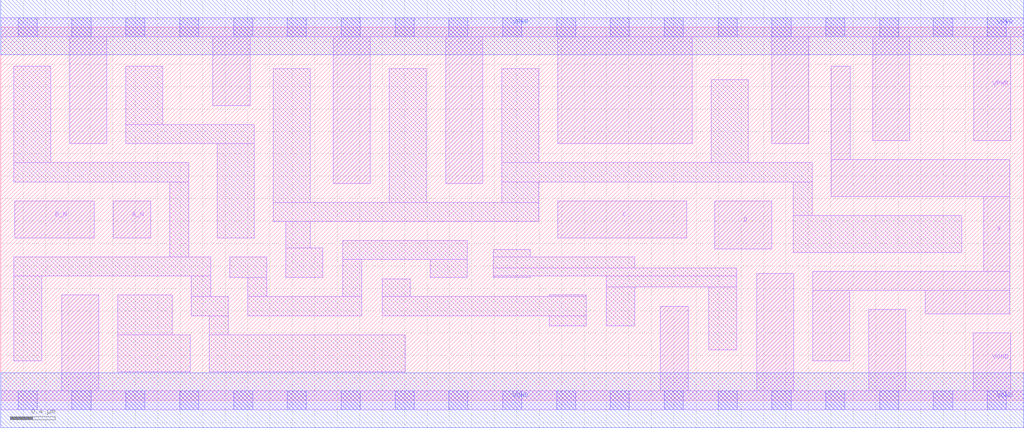
<source format=lef>
# Copyright 2020 The SkyWater PDK Authors
#
# Licensed under the Apache License, Version 2.0 (the "License");
# you may not use this file except in compliance with the License.
# You may obtain a copy of the License at
#
#     https://www.apache.org/licenses/LICENSE-2.0
#
# Unless required by applicable law or agreed to in writing, software
# distributed under the License is distributed on an "AS IS" BASIS,
# WITHOUT WARRANTIES OR CONDITIONS OF ANY KIND, either express or implied.
# See the License for the specific language governing permissions and
# limitations under the License.
#
# SPDX-License-Identifier: Apache-2.0

VERSION 5.7 ;
  NAMESCASESENSITIVE ON ;
  NOWIREEXTENSIONATPIN ON ;
  DIVIDERCHAR "/" ;
  BUSBITCHARS "[]" ;
UNITS
  DATABASE MICRONS 200 ;
END UNITS
MACRO sky130_fd_sc_hs__and4bb_4
  CLASS CORE ;
  SOURCE USER ;
  FOREIGN sky130_fd_sc_hs__and4bb_4 ;
  ORIGIN  0.000000  0.000000 ;
  SIZE  9.120000 BY  3.330000 ;
  SYMMETRY X Y ;
  SITE unit ;
  PIN A_N
    ANTENNAGATEAREA  0.246000 ;
    DIRECTION INPUT ;
    USE SIGNAL ;
    PORT
      LAYER li1 ;
        RECT 1.005000 1.450000 1.335000 1.780000 ;
    END
  END A_N
  PIN B_N
    ANTENNAGATEAREA  0.246000 ;
    DIRECTION INPUT ;
    USE SIGNAL ;
    PORT
      LAYER li1 ;
        RECT 0.125000 1.450000 0.835000 1.780000 ;
    END
  END B_N
  PIN C
    ANTENNAGATEAREA  0.492000 ;
    DIRECTION INPUT ;
    USE SIGNAL ;
    PORT
      LAYER li1 ;
        RECT 4.965000 1.450000 6.115000 1.780000 ;
    END
  END C
  PIN D
    ANTENNAGATEAREA  0.492000 ;
    DIRECTION INPUT ;
    USE SIGNAL ;
    PORT
      LAYER li1 ;
        RECT 6.365000 1.350000 6.875000 1.780000 ;
    END
  END D
  PIN X
    ANTENNADIFFAREA  1.116000 ;
    DIRECTION OUTPUT ;
    USE SIGNAL ;
    PORT
      LAYER li1 ;
        RECT 7.240000 0.350000 7.570000 0.980000 ;
        RECT 7.240000 0.980000 8.995000 1.150000 ;
        RECT 7.405000 1.820000 8.995000 2.150000 ;
        RECT 7.405000 2.150000 7.575000 2.980000 ;
        RECT 8.240000 0.770000 8.995000 0.980000 ;
        RECT 8.765000 1.150000 8.995000 1.820000 ;
    END
  END X
  PIN VGND
    DIRECTION INOUT ;
    USE GROUND ;
    PORT
      LAYER li1 ;
        RECT 0.000000 -0.085000 9.120000 0.085000 ;
        RECT 0.545000  0.085000 0.875000 0.940000 ;
        RECT 5.880000  0.085000 6.130000 0.840000 ;
        RECT 6.740000  0.085000 7.070000 1.130000 ;
        RECT 7.740000  0.085000 8.070000 0.810000 ;
        RECT 8.670000  0.085000 9.005000 0.600000 ;
      LAYER mcon ;
        RECT 0.155000 -0.085000 0.325000 0.085000 ;
        RECT 0.635000 -0.085000 0.805000 0.085000 ;
        RECT 1.115000 -0.085000 1.285000 0.085000 ;
        RECT 1.595000 -0.085000 1.765000 0.085000 ;
        RECT 2.075000 -0.085000 2.245000 0.085000 ;
        RECT 2.555000 -0.085000 2.725000 0.085000 ;
        RECT 3.035000 -0.085000 3.205000 0.085000 ;
        RECT 3.515000 -0.085000 3.685000 0.085000 ;
        RECT 3.995000 -0.085000 4.165000 0.085000 ;
        RECT 4.475000 -0.085000 4.645000 0.085000 ;
        RECT 4.955000 -0.085000 5.125000 0.085000 ;
        RECT 5.435000 -0.085000 5.605000 0.085000 ;
        RECT 5.915000 -0.085000 6.085000 0.085000 ;
        RECT 6.395000 -0.085000 6.565000 0.085000 ;
        RECT 6.875000 -0.085000 7.045000 0.085000 ;
        RECT 7.355000 -0.085000 7.525000 0.085000 ;
        RECT 7.835000 -0.085000 8.005000 0.085000 ;
        RECT 8.315000 -0.085000 8.485000 0.085000 ;
        RECT 8.795000 -0.085000 8.965000 0.085000 ;
      LAYER met1 ;
        RECT 0.000000 -0.245000 9.120000 0.245000 ;
    END
  END VGND
  PIN VPWR
    DIRECTION INOUT ;
    USE POWER ;
    PORT
      LAYER li1 ;
        RECT 0.000000 3.245000 9.120000 3.415000 ;
        RECT 0.615000 2.290000 0.945000 3.245000 ;
        RECT 1.890000 2.630000 2.225000 3.245000 ;
        RECT 2.965000 1.935000 3.295000 3.245000 ;
        RECT 3.965000 1.935000 4.295000 3.245000 ;
        RECT 4.965000 2.290000 6.165000 3.245000 ;
        RECT 6.875000 2.290000 7.205000 3.245000 ;
        RECT 7.775000 2.320000 8.105000 3.245000 ;
        RECT 8.675000 2.320000 9.005000 3.245000 ;
      LAYER mcon ;
        RECT 0.155000 3.245000 0.325000 3.415000 ;
        RECT 0.635000 3.245000 0.805000 3.415000 ;
        RECT 1.115000 3.245000 1.285000 3.415000 ;
        RECT 1.595000 3.245000 1.765000 3.415000 ;
        RECT 2.075000 3.245000 2.245000 3.415000 ;
        RECT 2.555000 3.245000 2.725000 3.415000 ;
        RECT 3.035000 3.245000 3.205000 3.415000 ;
        RECT 3.515000 3.245000 3.685000 3.415000 ;
        RECT 3.995000 3.245000 4.165000 3.415000 ;
        RECT 4.475000 3.245000 4.645000 3.415000 ;
        RECT 4.955000 3.245000 5.125000 3.415000 ;
        RECT 5.435000 3.245000 5.605000 3.415000 ;
        RECT 5.915000 3.245000 6.085000 3.415000 ;
        RECT 6.395000 3.245000 6.565000 3.415000 ;
        RECT 6.875000 3.245000 7.045000 3.415000 ;
        RECT 7.355000 3.245000 7.525000 3.415000 ;
        RECT 7.835000 3.245000 8.005000 3.415000 ;
        RECT 8.315000 3.245000 8.485000 3.415000 ;
        RECT 8.795000 3.245000 8.965000 3.415000 ;
      LAYER met1 ;
        RECT 0.000000 3.085000 9.120000 3.575000 ;
    END
  END VPWR
  OBS
    LAYER li1 ;
      RECT 0.115000 0.350000 0.365000 1.110000 ;
      RECT 0.115000 1.110000 1.870000 1.280000 ;
      RECT 0.115000 1.950000 1.675000 2.120000 ;
      RECT 0.115000 2.120000 0.445000 2.980000 ;
      RECT 1.045000 0.255000 1.690000 0.585000 ;
      RECT 1.045000 0.585000 1.530000 0.940000 ;
      RECT 1.115000 2.290000 2.260000 2.460000 ;
      RECT 1.115000 2.460000 1.445000 2.980000 ;
      RECT 1.505000 1.280000 1.675000 1.950000 ;
      RECT 1.700000 0.755000 2.030000 0.925000 ;
      RECT 1.700000 0.925000 1.870000 1.110000 ;
      RECT 1.860000 0.255000 3.605000 0.585000 ;
      RECT 1.860000 0.585000 2.030000 0.755000 ;
      RECT 1.930000 1.450000 2.260000 2.290000 ;
      RECT 2.040000 1.095000 2.370000 1.280000 ;
      RECT 2.200000 0.755000 3.220000 0.925000 ;
      RECT 2.200000 0.925000 2.370000 1.095000 ;
      RECT 2.430000 1.595000 4.795000 1.765000 ;
      RECT 2.430000 1.765000 2.760000 2.960000 ;
      RECT 2.540000 1.095000 2.870000 1.360000 ;
      RECT 2.540000 1.360000 2.760000 1.595000 ;
      RECT 3.050000 0.925000 3.220000 1.255000 ;
      RECT 3.050000 1.255000 4.160000 1.425000 ;
      RECT 3.400000 0.755000 5.220000 0.925000 ;
      RECT 3.400000 0.925000 3.650000 1.085000 ;
      RECT 3.465000 1.765000 3.795000 2.960000 ;
      RECT 3.830000 1.095000 4.160000 1.255000 ;
      RECT 4.390000 1.095000 4.720000 1.110000 ;
      RECT 4.390000 1.110000 6.560000 1.180000 ;
      RECT 4.390000 1.180000 5.650000 1.280000 ;
      RECT 4.390000 1.280000 4.720000 1.345000 ;
      RECT 4.465000 1.765000 4.795000 1.950000 ;
      RECT 4.465000 1.950000 7.235000 2.120000 ;
      RECT 4.465000 2.120000 4.795000 2.960000 ;
      RECT 4.890000 0.665000 5.220000 0.755000 ;
      RECT 4.890000 0.925000 5.220000 0.940000 ;
      RECT 5.400000 0.665000 5.650000 1.010000 ;
      RECT 5.400000 1.010000 6.560000 1.110000 ;
      RECT 6.310000 0.450000 6.560000 1.010000 ;
      RECT 6.335000 2.120000 6.665000 2.860000 ;
      RECT 7.065000 1.320000 8.565000 1.650000 ;
      RECT 7.065000 1.650000 7.235000 1.950000 ;
  END
END sky130_fd_sc_hs__and4bb_4

</source>
